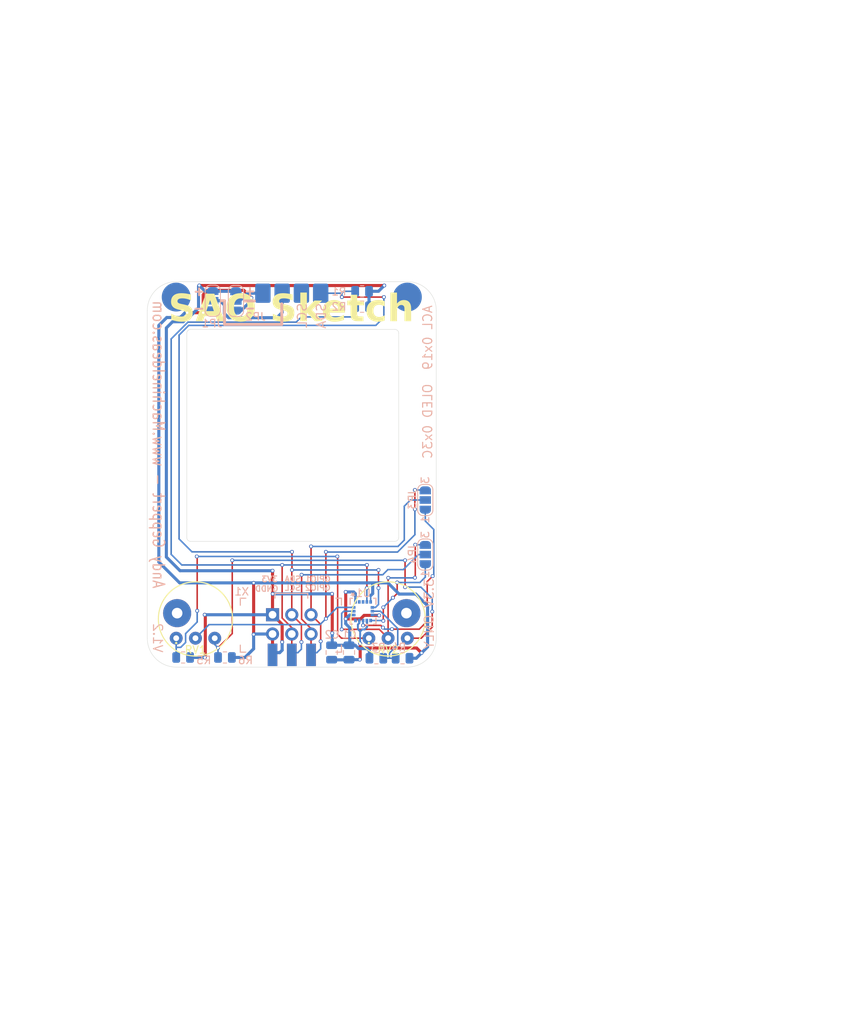
<source format=kicad_pcb>
(kicad_pcb (version 20240108) (generator "pcbnew") (generator_version "8.0")
  (title_block (title "SAO Sketch - PCB Layout") (date "2024-12-10") (rev "1.2") (company "Andy Geppert - Machine Ideas, LLC"))
  (layers (0 "F.Cu" signal) (31 "B.Cu" signal) (34 "B.Paste" user) (35 "F.Paste" user) (36 "B.SilkS" user "B.Silkscreen") (37 "F.SilkS" user "F.Silkscreen") (38 "B.Mask" user) (39 "F.Mask" user) (44 "Edge.Cuts" user))
  (net 0 "")
  (net 1 "VIN")
  (net 2 "Net-(U1-SDO{slash}SA0)")
  (net 3 "GND")
  (net 4 "/POT1L")
  (net 5 "/GPIO2")
  (net 6 "/INT1")
  (net 7 "Net-(R5-Pad2)")
  (net 8 "/GPIO1")
  (net 9 "Net-(R6-Pad1)")
  (net 10 "/SCL")
  (net 11 "/SDA")
  (net 12 "Net-(JP1-C)")
  (net 13 "Net-(JP2-C)")
  (net 14 "/POT2R")
  (net 15 "/INT2")
  (footprint "Andy_Footprint_Library:POT_RES3_91A_TTE" (layer "F.Cu") (at 65.6082 146.1656)
    (property "Reference" "RV1" (at 2.54 1.524 0) (layer "F.SilkS"))
    (property "Value" "R_POT_5K")
    (pad "1" thru_hole circle (at 0 0) (size 1.7 1.7) (drill 0.762) (layers "*.Cu" "*.Mask") (net 7 "Net-(R5-Pad2)"))
    (pad "2" thru_hole circle (at 2.54 0) (size 1.7 1.7) (drill 0.762) (layers "*.Cu" "*.Mask") (net 4 "/POT1L"))
    (pad "3" thru_hole circle (at 5.08 0) (size 1.7 1.7) (drill 0.762) (layers "*.Cu" "*.Mask") (net 9 "Net-(R6-Pad1)"))
  )
  (footprint "Andy_Footprint_Library:Badgelife-SAOv169-BADGE-2x3-Edge-Connect-no-front-text-shortened" (layer "F.Cu") (at 80.8482 144.3456)
    (property "Reference" "X1" (at -6.604 -4.318 0) (layer "B.SilkS") (effects (justify mirror)))
    (property "Value" "SAO_conn_SFH11-NBPC-D03-ST-BK")
    (fp_text user "GPIO1" (at 3.429 -5.969 0) (layer "B.SilkS") (effects (font (size 0.75 0.75)) (justify mirror)))
    (fp_text user "3V3" (at -2.921 -5.969 0) (layer "B.SilkS") (effects (font (size 0.75 0.75)) (justify mirror)))
    (fp_text user "GNDD" (at -3.302 -4.699 0) (layer "B.SilkS") (effects (font (size 0.75 0.75)) (justify mirror)))
    (fp_text user "SDA" (at 0.127 -5.969 0) (layer "B.SilkS") (effects (font (size 0.75 0.75)) (justify mirror)))
    (fp_text user "SCL" (at 0.127 -4.826 0) (layer "B.SilkS") (effects (font (size 0.75 0.75)) (justify mirror)))
    (fp_text user "GPIO2" (at 3.429 -4.826 0) (layer "B.SilkS") (effects (font (size 0.75 0.75)) (justify mirror)))
    (pad "1" thru_hole rect (at -2.54 -1.27 270) (size 1.7272 1.7272) (drill 1.016) (layers "*.Cu" "*.Mask") (net 1 "VIN"))
    (pad "1" smd rect (at -2.54 4.02) (size 1.27 2.96) (layers "B.Cu" "B.Mask") (net 1 "VIN"))
    (pad "2" thru_hole circle (at -2.54 1.27 270) (size 1.7272 1.7272) (drill 1.016) (layers "*.Cu" "*.Mask") (net 3 "GND"))
    (pad "2" smd rect (at -2.54 4.02) (size 1.27 2.96) (layers "F.Cu" "F.Mask") (net 3 "GND"))
    (pad "3" thru_hole oval (at 0 -1.27 270) (size 1.7272 1.7272) (drill 1.016) (layers "*.Cu" "*.Mask") (net 11 "/SDA"))
    (pad "3" smd rect (at 0 4.02) (size 1.27 2.96) (layers "B.Cu" "B.Mask") (net 11 "/SDA"))
    (pad "4" thru_hole oval (at 0 1.27 270) (size 1.7272 1.7272) (drill 1.016) (layers "*.Cu" "*.Mask") (net 10 "/SCL"))
    (pad "4" smd rect (at 0 4.02) (size 1.27 2.96) (layers "F.Cu" "F.Mask") (net 10 "/SCL"))
    (pad "5" thru_hole circle (at 2.54 -1.27 270) (size 1.7272 1.7272) (drill 1.016) (layers "*.Cu" "*.Mask") (net 8 "/GPIO1"))
    (pad "5" smd rect (at 2.54 4.02) (size 1.27 2.96) (layers "B.Cu" "B.Mask") (net 8 "/GPIO1"))
    (pad "6" thru_hole circle (at 2.54 1.27 270) (size 1.7272 1.7272) (drill 1.016) (layers "*.Cu" "*.Mask") (net 5 "/GPIO2"))
    (pad "6" smd rect (at 2.54 4.02) (size 1.27 2.96) (layers "F.Cu" "F.Mask") (net 5 "/GPIO2"))
  )
  (footprint "Andy_Footprint_Library:POT_RES3_91A_TTE" (layer "F.Cu") (at 91.0082 146.1656)
    (property "Reference" "RV2" (at 2.54 1.524 0) (layer "F.SilkS"))
    (property "Value" "R_POT_5K")
    (pad "1" thru_hole circle (at 0 0) (size 1.7 1.7) (drill 0.762) (layers "*.Cu" "*.Mask") (net 7 "Net-(R5-Pad2)"))
    (pad "2" thru_hole circle (at 2.54 0) (size 1.7 1.7) (drill 0.762) (layers "*.Cu" "*.Mask") (net 14 "/POT2R"))
    (pad "3" thru_hole circle (at 5.08 0) (size 1.7 1.7) (drill 0.762) (layers "*.Cu" "*.Mask") (net 9 "Net-(R6-Pad1)"))
  )
  (footprint "Jumper:SolderJumper-3_P1.3mm_Open_RoundedPad1.0x1.5mm_NumberLabels" (layer "B.Cu") (at 70.4342 101.6856 90)
    (property "Reference" "JP1" (at -3.0018 -0.1016 180) (layer "B.SilkS") (effects (justify mirror)))
    (property "Value" "SolderJumper_3_Open")
    (pad "1" smd custom (at -1.3 0 90) (size 1 0.5) (layers "B.Cu" "B.Mask") (net 3 "GND") (options (clearance outline) (anchor rect)) (primitives (gr_circle (center 0 -0.25) (end 0.5 -0.25) (width 0) (fill yes)) (gr_circle (center 0 0.25) (end 0.5 0.25) (width 0) (fill yes)) (gr_poly (pts (xy 0.55 -0.75) (xy 0 -0.75) (xy 0 0.75) (xy 0.55 0.75)) (width 0) (fill yes))))
    (pad "2" smd rect (at 0 0 90) (size 1 1.5) (layers "B.Cu" "B.Mask") (net 12 "Net-(JP1-C)"))
    (pad "3" smd custom (at 1.3 0 90) (size 1 0.5) (layers "B.Cu" "B.Mask") (net 1 "VIN") (options (clearance outline) (anchor rect)) (primitives (gr_circle (center 0 -0.25) (end 0.5 -0.25) (width 0) (fill yes)) (gr_circle (center 0 0.25) (end 0.5 0.25) (width 0) (fill yes)) (gr_poly (pts (xy 0 -0.75) (xy -0.55 -0.75) (xy -0.55 0.75) (xy 0 0.75)) (width 0) (fill yes))))
  )
  (footprint "Jumper:SolderJumper-3_P1.3mm_Open_RoundedPad1.0x1.5mm_NumberLabels" (layer "B.Cu") (at 98.4504 127.9538 90)
    (property "Reference" "JP3" (at 0.127 -1.7018 90) (layer "B.SilkS") (effects (justify mirror)))
    (property "Value" "SolderJumper_3_Open")
    (fp_text user "3" (at 2.6 0 90) (layer "B.SilkS") (effects (justify mirror)))
    (fp_text user "1" (at -2.6 0 90) (layer "B.SilkS") (effects (justify mirror)))
    (pad "1" smd custom (at -1.3 0 90) (size 1 0.5) (layers "B.Cu" "B.Mask") (net 6 "/INT1") (options (clearance outline) (anchor rect)) (primitives (gr_circle (center 0 -0.25) (end 0.5 -0.25) (width 0) (fill yes)) (gr_circle (center 0 0.25) (end 0.5 0.25) (width 0) (fill yes)) (gr_poly (pts (xy 0.55 -0.75) (xy 0 -0.75) (xy 0 0.75) (xy 0.55 0.75)) (width 0) (fill yes))))
    (pad "2" smd rect (at 0 0 90) (size 1 1.5) (layers "B.Cu" "B.Mask") (net 8 "/GPIO1"))
    (pad "3" smd custom (at 1.3 0 90) (size 1 0.5) (layers "B.Cu" "B.Mask") (net 4 "/POT1L") (options (clearance outline) (anchor rect)) (primitives (gr_circle (center 0 -0.25) (end 0.5 -0.25) (width 0) (fill yes)) (gr_circle (center 0 0.25) (end 0.5 0.25) (width 0) (fill yes)) (gr_poly (pts (xy 0 -0.75) (xy -0.55 -0.75) (xy -0.55 0.75) (xy 0 0.75)) (width 0) (fill yes))))
  )
  (footprint "Andy_Footprint_Library:LGA-16_3x3x1mm_STM" (layer "B.Cu") (at 90.2462 142.6096 -90)
    (property "Reference" "U1" (at -2.3876 -0.0254 0) (layer "B.SilkS") (effects (justify mirror)))
    (property "Value" "LIS3DHTR")
    (fp_text user "*" (at -2.5146 1.3462 180) (layer "B.SilkS") (effects (justify mirror)))
    (pad "1" smd rect (at -1.224999 1.000001 180) (size 0.3556 0.4572) (layers "B.Cu" "B.Paste" "B.Mask") (net 1 "VIN"))
    (pad "2" smd rect (at -1.224999 0.499999 180) (size 0.3556 0.4572) (layers "B.Cu" "B.Paste" "B.Mask"))
    (pad "3" smd rect (at -1.224999 0 180) (size 0.3556 0.4572) (layers "B.Cu" "B.Paste" "B.Mask"))
    (pad "4" smd rect (at -1.224999 -0.499999 180) (size 0.3556 0.4572) (layers "B.Cu" "B.Paste" "B.Mask") (net 10 "/SCL"))
    (pad "5" smd rect (at -1.224999 -1.000001 180) (size 0.3556 0.4572) (layers "B.Cu" "B.Paste" "B.Mask") (net 3 "GND"))
    (pad "6" smd rect (at -0.499999 -1.224999 270) (size 0.3556 0.4572) (layers "B.Cu" "B.Paste" "B.Mask") (net 11 "/SDA"))
    (pad "7" smd rect (at 0 -1.224999 270) (size 0.3556 0.4572) (layers "B.Cu" "B.Paste" "B.Mask") (net 2 "Net-(U1-SDO{slash}SA0)"))
    (pad "8" smd rect (at 0.499999 -1.224999 270) (size 0.3556 0.4572) (layers "B.Cu" "B.Paste" "B.Mask") (net 1 "VIN"))
    (pad "9" smd rect (at 1.224999 -1.000001 180) (size 0.3556 0.4572) (layers "B.Cu" "B.Paste" "B.Mask") (net 15 "/INT2"))
    (pad "10" smd rect (at 1.224999 -0.499999 180) (size 0.3556 0.4572) (layers "B.Cu" "B.Paste" "B.Mask") (net 3 "GND"))
    (pad "11" smd rect (at 1.224999 0 180) (size 0.3556 0.4572) (layers "B.Cu" "B.Paste" "B.Mask") (net 6 "/INT1"))
    (pad "12" smd rect (at 1.224999 0.499999 180) (size 0.3556 0.4572) (layers "B.Cu" "B.Paste" "B.Mask") (net 3 "GND"))
    (pad "13" smd rect (at 1.224999 1.000001 180) (size 0.3556 0.4572) (layers "B.Cu" "B.Paste" "B.Mask"))
    (pad "14" smd rect (at 0.499999 1.224999 270) (size 0.3556 0.4572) (layers "B.Cu" "B.Paste" "B.Mask") (net 1 "VIN"))
    (pad "15" smd rect (at 0 1.224999 270) (size 0.3556 0.4572) (layers "B.Cu" "B.Paste" "B.Mask") (net 14 "/POT2R"))
    (pad "16" smd rect (at -0.499999 1.224999 270) (size 0.3556 0.4572) (layers "B.Cu" "B.Paste" "B.Mask") (net 4 "/POT1L"))
  )
  (footprint "Resistor_SMD:R_0805_2012Metric" (layer "B.Cu") (at 90.1192 100.4456 180)
    (property "Reference" "R1" (at 3.048 -0.0508 0) (layer "B.SilkS") (effects (justify mirror)))
    (property "Value" "4K7")
    (pad "1" smd roundrect (at -0.9125 0 180) (size 1.025 1.4) (layers "B.Cu" "B.Paste" "B.Mask") (roundrect_rratio 0.243902) (net 1 "VIN"))
    (pad "2" smd roundrect (at 0.9125 0 180) (size 1.025 1.4) (layers "B.Cu" "B.Paste" "B.Mask") (roundrect_rratio 0.243902) (net 11 "/SDA"))
  )
  (footprint "Andy_Footprint_Library:OLED_1.50_128x128" (layer "B.Cu") (at 80.8482 122.0356 180)
    (property "Reference" "X2" (hide yes))
    (property "Value" "OLED_128x128")
    (fp_line (start 13.843 -10.862) (end 13.843 16.062) (stroke (width 0.05)) (layer "Edge.Cuts"))
    (fp_line (start 13.335 16.57) (end -13.589 16.57) (stroke (width 0.05)) (layer "Edge.Cuts"))
    (fp_line (start -13.589 -11.37) (end 13.335 -11.37) (stroke (width 0.05)) (layer "Edge.Cuts"))
    (fp_line (start -14.097 16.062) (end -14.097 -10.862) (stroke (width 0.05)) (layer "Edge.Cuts"))
    (fp_arc (start 13.843 16.062) (mid 13.69421 16.42121) (end 13.335 16.57) (stroke (width 0.05)) (layer "Edge.Cuts"))
    (fp_arc (start 13.335 -11.37) (mid 13.69421 -11.22121) (end 13.843 -10.862) (stroke (width 0.05)) (layer "Edge.Cuts"))
    (fp_arc (start -13.589 16.57) (mid -13.94821 16.42121) (end -14.097 16.062) (stroke (width 0.05)) (layer "Edge.Cuts"))
    (fp_arc (start -14.097 -10.862) (mid -13.94821 -11.22121) (end -13.589 -11.37) (stroke (width 0.05)) (layer "Edge.Cuts"))
    (pad "1" smd roundrect (at 3.81 21.336 180) (size 2.032 2.54) (layers "B.Cu" "B.Paste" "B.Mask") (roundrect_rratio 0.125) (net 13 "Net-(JP2-C)"))
    (pad "2" smd roundrect (at 1.27 21.336 180) (size 2.032 2.54) (layers "B.Cu" "B.Paste" "B.Mask") (roundrect_rratio 0.125) (net 12 "Net-(JP1-C)"))
    (pad "3" smd roundrect (at -1.27 21.336 180) (size 2.032 2.54) (layers "B.Cu" "B.Paste" "B.Mask") (roundrect_rratio 0.125) (net 10 "/SCL"))
    (pad "4" smd roundrect (at -3.81 21.336 180) (size 2.032 2.54) (layers "B.Cu" "B.Paste" "B.Mask") (roundrect_rratio 0.125) (net 11 "/SDA"))
    (pad "NC" smd circle (at -15.24 20.828 180) (size 3.81 3.81) (layers "B.Cu" "B.Paste" "B.Mask"))
    (pad "NC" thru_hole circle (at -15.115 -20.828 180) (size 3.7 3.7) (drill 1.4) (layers "*.Cu" "*.Mask"))
    (pad "NC" thru_hole circle (at 15.115 -20.828 180) (size 3.7 3.7) (drill 1.4) (layers "*.Cu" "*.Mask"))
    (pad "NC" smd circle (at 15.24 20.828 180) (size 3.81 3.81) (layers "B.Cu" "B.Paste" "B.Mask"))
  )
  (footprint "Resistor_SMD:R_0805_2012Metric" (layer "B.Cu") (at 92.0007 148.8072)
    (property "Reference" "R3" (at 0.2521 -1.4224 0) (layer "B.SilkS") (effects (justify mirror)))
    (property "Value" "10K")
    (pad "1" smd roundrect (at -0.9125 0) (size 1.025 1.4) (layers "B.Cu" "B.Paste" "B.Mask") (roundrect_rratio 0.243902) (net 1 "VIN"))
    (pad "2" smd roundrect (at 0.9125 0) (size 1.025 1.4) (layers "B.Cu" "B.Paste" "B.Mask") (roundrect_rratio 0.243902) (net 2 "Net-(U1-SDO{slash}SA0)"))
  )
  (footprint "Resistor_SMD:R_0805_2012Metric" (layer "B.Cu") (at 95.4532 148.8072)
    (property "Reference" "R4" (at -0.505 -1.4478 0) (layer "B.SilkS") (effects (justify mirror)))
    (property "Value" "10K")
    (pad "1" smd roundrect (at -0.9125 0) (size 1.025 1.4) (layers "B.Cu" "B.Paste" "B.Mask") (roundrect_rratio 0.243902) (net 2 "Net-(U1-SDO{slash}SA0)"))
    (pad "2" smd roundrect (at 0.9125 0) (size 1.025 1.4) (layers "B.Cu" "B.Paste" "B.Mask") (roundrect_rratio 0.243902) (net 3 "GND"))
  )
  (footprint "Resistor_SMD:R_0805_2012Metric" (layer "B.Cu") (at 90.1192 102.4776 180)
    (property "Reference" "R2" (at 3.048 0 0) (layer "B.SilkS") (effects (justify mirror)))
    (property "Value" "4K7")
    (pad "1" smd roundrect (at -0.9125 0 180) (size 1.025 1.4) (layers "B.Cu" "B.Paste" "B.Mask") (roundrect_rratio 0.243902) (net 1 "VIN"))
    (pad "2" smd roundrect (at 0.9125 0 180) (size 1.025 1.4) (layers "B.Cu" "B.Paste" "B.Mask") (roundrect_rratio 0.243902) (net 10 "/SCL"))
  )
  (footprint "Capacitor_SMD:C_0805_2012Metric" (layer "B.Cu") (at 88.392 148.0452 -90)
    (property "Reference" "C1" (at -2.3876 -0.0254 180) (layer "B.SilkS") (effects (justify mirror)))
    (property "Value" "0.1uF")
    (pad "1" smd roundrect (at -0.95 0 270) (size 1 1.45) (layers "B.Cu" "B.Paste" "B.Mask") (net 1 "VIN"))
    (pad "2" smd roundrect (at 0.95 0 270) (size 1 1.45) (layers "B.Cu" "B.Paste" "B.Mask") (net 3 "GND"))
  )
  (footprint "Resistor_SMD:R_0805_2012Metric" (layer "B.Cu") (at 66.5226 148.7056 180)
    (property "Reference" "R5" (at -2.7256 -0.37 0) (layer "B.SilkS") (effects (justify mirror)))
    (property "Value" "10K")
    (pad "1" smd roundrect (at -0.9125 0 180) (size 1.025 1.4) (layers "B.Cu" "B.Paste" "B.Mask") (roundrect_rratio 0.243902) (net 1 "VIN"))
    (pad "2" smd roundrect (at 0.9125 0 180) (size 1.025 1.4) (layers "B.Cu" "B.Paste" "B.Mask") (roundrect_rratio 0.243902) (net 7 "Net-(R5-Pad2)"))
  )
  (footprint "Resistor_SMD:R_0805_2012Metric" (layer "B.Cu") (at 72.0344 148.7056)
    (property "Reference" "R6" (at 2.7138 0.37 0) (layer "B.SilkS") (effects (justify mirror)))
    (property "Value" "4K7")
    (pad "1" smd roundrect (at -0.9125 0) (size 1.025 1.4) (layers "B.Cu" "B.Paste" "B.Mask") (roundrect_rratio 0.243902) (net 9 "Net-(R6-Pad1)"))
    (pad "2" smd roundrect (at 0.9125 0) (size 1.025 1.4) (layers "B.Cu" "B.Paste" "B.Mask") (roundrect_rratio 0.243902) (net 3 "GND"))
  )
  (footprint "Capacitor_SMD:C_0805_2012Metric" (layer "B.Cu") (at 86.106 148.0452 -90)
    (property "Reference" "C2" (at -2.3368 -0.0508 180) (layer "B.SilkS") (effects (justify mirror)))
    (property "Value" "10uF")
    (pad "1" smd roundrect (at -0.95 0 270) (size 1 1.45) (layers "B.Cu" "B.Paste" "B.Mask") (net 1 "VIN"))
    (pad "2" smd roundrect (at 0.95 0 270) (size 1 1.45) (layers "B.Cu" "B.Paste" "B.Mask") (net 3 "GND"))
  )
  (footprint "Jumper:SolderJumper-3_P1.3mm_Open_RoundedPad1.0x1.5mm_NumberLabels" (layer "B.Cu") (at 98.4504 135.142 90)
    (property "Reference" "JP4" (at 0.1524 -1.7018 90) (layer "B.SilkS") (effects (justify mirror)))
    (property "Value" "SolderJumper_3_Open")
    (fp_text user "1" (at -2.6 0 90) (layer "B.SilkS") (effects (justify mirror)))
    (fp_text user "3" (at 2.6 0 90) (layer "B.SilkS") (effects (justify mirror)))
    (pad "1" smd custom (at -1.3 0 90) (size 1 0.5) (layers "B.Cu" "B.Mask") (net 15 "/INT2") (options (clearance outline) (anchor rect)) (primitives (gr_circle (center 0 -0.25) (end 0.5 -0.25) (width 0) (fill yes)) (gr_circle (center 0 0.25) (end 0.5 0.25) (width 0) (fill yes)) (gr_poly (pts (xy 0.55 -0.75) (xy 0 -0.75) (xy 0 0.75) (xy 0.55 0.75)) (width 0) (fill yes))))
    (pad "2" smd rect (at 0 0 90) (size 1 1.5) (layers "B.Cu" "B.Mask") (net 5 "/GPIO2"))
    (pad "3" smd custom (at 1.3 0 90) (size 1 0.5) (layers "B.Cu" "B.Mask") (net 14 "/POT2R") (options (clearance outline) (anchor rect)) (primitives (gr_circle (center 0 -0.25) (end 0.5 -0.25) (width 0) (fill yes)) (gr_circle (center 0 0.25) (end 0.5 0.25) (width 0) (fill yes)) (gr_poly (pts (xy 0 -0.75) (xy -0.55 -0.75) (xy -0.55 0.75) (xy 0 0.75)) (width 0) (fill yes))))
  )
  (footprint "Jumper:SolderJumper-3_P1.3mm_Open_RoundedPad1.0x1.5mm_NumberLabels" (layer "B.Cu") (at 73.4822 101.7156 90)
    (property "Reference" "JP2" (at -2.0828 2.5908 0) (layer "B.SilkS") (effects (justify mirror)))
    (property "Value" "SolderJumper_3_Open")
    (pad "1" smd custom (at -1.3 0 90) (size 1 0.5) (layers "B.Cu" "B.Mask") (net 3 "GND") (options (clearance outline) (anchor rect)) (primitives (gr_circle (center 0 -0.25) (end 0.5 -0.25) (width 0) (fill yes)) (gr_circle (center 0 0.25) (end 0.5 0.25) (width 0) (fill yes)) (gr_poly (pts (xy 0.55 -0.75) (xy 0 -0.75) (xy 0 0.75) (xy 0.55 0.75)) (width 0) (fill yes))))
    (pad "2" smd rect (at 0 0 90) (size 1 1.5) (layers "B.Cu" "B.Mask") (net 13 "Net-(JP2-C)"))
    (pad "3" smd custom (at 1.3 0 90) (size 1 0.5) (layers "B.Cu" "B.Mask") (net 1 "VIN") (options (clearance outline) (anchor rect)) (primitives (gr_circle (center 0 -0.25) (end 0.5 -0.25) (width 0) (fill yes)) (gr_circle (center 0 0.25) (end 0.5 0.25) (width 0) (fill yes)) (gr_poly (pts (xy 0 -0.75) (xy -0.55 -0.75) (xy -0.55 0.75) (xy 0 0.75)) (width 0) (fill yes))))
  )
  (gr_line (start 71.9836 104.8144) (end 79.5274 104.8144) (stroke (width 0.381)) (layer "B.SilkS"))
  (gr_line (start 71.5518 101.6902) (end 71.9836 101.6902) (stroke (width 0.381)) (layer "B.SilkS"))
  (gr_line (start 71.9836 101.6902) (end 71.9836 104.8144) (stroke (width 0.381)) (layer "B.SilkS"))
  (gr_line (start 74.6252 101.7156) (end 75.9206 101.7156) (stroke (width 0.381)) (layer "B.SilkS"))
  (gr_line (start 79.5274 104.8144) (end 79.5274 102.0966) (stroke (width 0.381)) (layer "B.SilkS"))
  (gr_line (start 99.8982 102.9856) (end 99.8982 146.1656) (stroke (width 0.05)) (layer "Edge.Cuts"))
  (gr_arc (start 61.7982 102.9856) (mid 62.914123 100.291523) (end 65.6082 99.1756) (stroke (width 0.05)) (layer "Edge.Cuts"))
  (gr_line (start 61.7982 146.1656) (end 61.7982 102.9856) (stroke (width 0.05)) (layer "Edge.Cuts"))
  (gr_arc (start 96.0882 99.1756) (mid 98.782277 100.291523) (end 99.8982 102.9856) (stroke (width 0.05)) (layer "Edge.Cuts"))
  (gr_line (start 65.6082 149.9756) (end 96.0882 149.9756) (stroke (width 0.05)) (layer "Edge.Cuts"))
  (gr_arc (start 99.8982 146.1656) (mid 98.782277 148.859677) (end 96.0882 149.9756) (stroke (width 0.05)) (layer "Edge.Cuts"))
  (gr_arc (start 65.6082 149.9756) (mid 62.914123 148.859677) (end 61.7982 146.1656) (stroke (width 0.05)) (layer "Edge.Cuts"))
  (gr_line (start 65.6082 99.1756) (end 96.0882 99.1756) (stroke (width 0.05)) (layer "Edge.Cuts"))
  (gr_text "3.3V ONLY" (at 98.9584 142.9398 90) (layer "B.SilkS") (effects (font (size 1.2 1.2)) (justify mirror)))
  (gr_text "-" (at 75.311 102.8078 -180) (layer "B.SilkS") (effects (font (size 1.2 1.2) (thickness 0.254)) (justify mirror)))
  (gr_text "SCL" (at 82.2198 103.646 90) (layer "B.SilkS") (effects (font (size 1.2 1.2) (thickness 0.1524)) (justify mirror)))
  (gr_text "SDA" (at 84.7344 103.6714 90) (layer "B.SilkS") (effects (font (size 1.2 1.2) (thickness 0.1524)) (justify mirror)))
  (gr_text "ACL 0x19  OLED 0x3C" (at 98.7552 112.409 90) (layer "B.SilkS") (effects (font (size 1.2 1.2)) (justify mirror)))
  (gr_text "+" (at 75.3364 100.3948 0) (layer "B.SilkS") (effects (font (size 1.2 1.2) (thickness 0.254)) (justify mirror)))
  (gr_text "+" (at 68.6308 100.4202 0) (layer "B.SilkS") (effects (font (size 1.2 1.2) (thickness 0.254)) (justify mirror)))
  (gr_text "V1.2" (at 63.1698 146.1148 270) (layer "B.SilkS") (effects (font (size 1.2 1.2)) (justify mirror)))
  (gr_text "-" (at 68.6054 102.8332 -180) (layer "B.SilkS") (effects (font (size 1.2 1.2) (thickness 0.254)) (justify mirror)))
  (gr_text "Andy Geppert - www.MachineIdeas.com" (at 63.2714 120.6386 270) (layer "B.SilkS") (effects (font (size 1.524 1.27) (thickness 0.1778)) (justify mirror)))
  (gr_text "SAO Sketch" (at 80.772 104.9922 0) (layer "F.SilkS") (effects (font (size 3.556 3.556) (thickness 0.508) (bold yes)) (justify bottom)))
  (segment (start 93.0402 99.6836) (end 68.6562 99.6836) (width 0.4064) (layer "F.Cu") (net 1))
  (segment (start 69.3674 143.0756) (end 69.4482 143.1564) (width 0.4064) (layer "F.Cu") (net 1))
  (segment (start 87.9602 143.6256) (end 89.916 143.6256) (width 0.4064) (layer "F.Cu") (net 1))
  (segment (start 69.4482 143.1564) (end 69.4482 148.6248) (width 0.4064) (layer "F.Cu") (net 1))
  (segment (start 89.916 143.6256) (end 90.382289 143.159311) (width 0.4064) (layer "F.Cu") (net 1))
  (segment (start 79.5782 144.3456) (end 78.3082 143.0756) (width 0.4064) (layer "F.Cu") (net 1))
  (segment (start 86.1822 140.3236) (end 86.1568 140.3236) (width 0.4064) (layer "F.Cu") (net 1))
  (segment (start 87.9602 140.0696) (end 87.9602 143.6256) (width 0.4064) (layer "F.Cu") (net 1))
  (segment (start 90.382289 143.159311) (end 92.363489 143.159311) (width 0.4064) (layer "F.Cu") (net 1))
  (segment (start 78.3336 140.3236) (end 78.3082 140.3236) (width 0.4064) (layer "F.Cu") (net 1))
  (segment (start 78.3082 137.301) (end 78.3082 143.0756) (width 0.4064) (layer "F.Cu") (net 1))
  (segment (start 86.1822 145.5052) (end 86.1822 140.3236) (width 0.4064) (layer "F.Cu") (net 1))
  (segment (start 79.5782 146.6756) (end 79.5782 144.3456) (width 0.4064) (layer "F.Cu") (net 1))
  (segment (start 69.4482 148.6248) (end 69.3674 148.7056) (width 0.4064) (layer "F.Cu") (net 1))
  (via (at 86.1568 140.3236) (size 0.508) (drill 0.3048) (layers "F.Cu" "B.Cu") (net 1))
  (via (at 69.3674 143.0756) (size 0.508) (drill 0.3048) (layers "F.Cu" "B.Cu") (net 1))
  (via (at 87.9602 143.6256) (size 0.508) (drill 0.3048) (layers "F.Cu" "B.Cu") (net 1))
  (via (at 86.1822 145.5052) (size 0.508) (drill 0.3048) (layers "F.Cu" "B.Cu") (net 1))
  (via (at 87.9602 140.0696) (size 0.508) (drill 0.3048) (layers "F.Cu" "B.Cu") (net 1))
  (via (at 79.5782 146.6756) (size 0.508) (drill 0.3048) (layers "F.Cu" "B.Cu") (net 1))
  (via (at 78.3336 140.3236) (size 0.508) (drill 0.3048) (layers "F.Cu" "B.Cu") (net 1))
  (via (at 92.363489 143.159311) (size 0.508) (drill 0.3048) (layers "F.Cu" "B.Cu") (net 1))
  (via (at 69.3674 148.7056) (size 0.508) (drill 0.3048) (layers "F.Cu" "B.Cu") (net 1))
  (via (at 68.6562 99.6836) (size 0.508) (drill 0.3048) (layers "F.Cu" "B.Cu") (net 1))
  (via (at 93.0402 99.6836) (size 0.508) (drill 0.3048) (layers "F.Cu" "B.Cu") (net 1))
  (via (at 78.3082 137.2756) (size 0.508) (drill 0.3048) (layers "F.Cu" "B.Cu") (net 1))
  (segment (start 89.6598 147.5372) (end 90.7796 147.5372) (width 0.4064) (layer "B.Cu") (net 1))
  (segment (start 91.0317 100.4456) (end 91.0317 102.4776) (width 0.4064) (layer "B.Cu") (net 1))
  (segment (start 88.392 147.0952) (end 89.2178 147.0952) (width 0.4064) (layer "B.Cu") (net 1))
  (segment (start 91.471199 143.109599) (end 92.313777 143.109599) (width 0.2032) (layer "B.Cu") (net 1))
  (segment (start 69.4182 100.4456) (end 73.1682 100.4456) (width 0.4064) (layer "B.Cu") (net 1))
  (segment (start 67.308505 103.8746) (end 67.1068 103.8746) (width 0.4064) (layer "B.Cu") (net 1))
  (segment (start 92.313777 143.109599) (end 92.363489 143.159311) (width 0.2032) (layer "B.Cu") (net 1))
  (segment (start 89.2178 147.0952) (end 89.6598 147.5372) (width 0.4064) (layer "B.Cu") (net 1))
  (segment (start 88.476201 143.109599) (end 87.9602 143.6256) (width 0.4064) (layer "B.Cu") (net 1))
  (segment (start 88.4936 146.9936) (end 88.4936 144.794) (width 0.4064) (layer "B.Cu") (net 1))
  (segment (start 68.5546 99.7852) (end 68.5546 102.628505) (width 0.4064) (layer "B.Cu") (net 1))
  (segment (start 82.8548 140.3236) (end 78.3336 140.3236) (width 0.4064) (layer "B.Cu") (net 1))
  (segment (start 69.3674 143.0756) (end 78.3082 143.0756) (width 0.4064) (layer "B.Cu") (net 1))
  (segment (start 79.2532 148.0706) (end 78.3082 148.0706) (width 0.4064) (layer "B.Cu") (net 1))
  (segment (start 66.5226 104.4588) (end 65.1256 104.4588) (width 0.4064) (layer "B.Cu") (net 1))
  (segment (start 89.2302 140.5776) (end 89.2302 141.368602) (width 0.3048) (layer "B.Cu") (net 1))
  (segment (start 86.1822 147.0952) (end 86.1822 145.5052) (width 0.4064) (layer "B.Cu") (net 1))
  (segment (start 68.6562 99.6836) (end 68.5546 99.7852) (width 0.4064) (layer "B.Cu") (net 1))
  (segment (start 66.1162 137.2756) (end 78.3082 137.2756) (width 0.4064) (layer "B.Cu") (net 1))
  (segment (start 86.1568 140.3236) (end 82.8548 140.3236) (width 0.4064) (layer "B.Cu") (net 1))
  (segment (start 89.0016 140.0696) (end 89.2302 140.2982) (width 0.4064) (layer "B.Cu") (net 1))
  (segment (start 65.1256 104.4588) (end 64.3128 105.2716) (width 0.4064) (layer "B.Cu") (net 1))
  (segment (start 68.5546 102.628505) (end 67.308505 103.8746) (width 0.4064) (layer "B.Cu") (net 1))
  (segment (start 79.5782 147.7456) (end 79.2532 148.0706) (width 0.4064) (layer "B.Cu") (net 1))
  (segment (start 87.9602 144.2606) (end 87.9602 143.6256) (width 0.4064) (layer "B.Cu") (net 1))
  (segment (start 64.3128 105.2716) (end 64.3128 135.4722) (width 0.4064) (layer "B.Cu") (net 1))
  (segment (start 79.5782 146.6756) (end 79.5782 147.7456) (width 0.4064) (layer "B.Cu") (net 1))
  (segment (start 92.2782 100.4456) (end 91.0317 100.4456) (width 0.4064) (layer "B.Cu") (net 1))
  (segment (start 88.392 147.0952) (end 86.1822 147.0952) (width 0.4064) (layer "B.Cu") (net 1))
  (segment (start 90.7796 147.5372) (end 91.0882 147.8458) (width 0.4064) (layer "B.Cu") (net 1))
  (segment (start 88.4936 144.794) (end 87.9602 144.2606) (width 0.4064) (layer "B.Cu") (net 1))
  (segment (start 64.3128 135.4722) (end 66.1162 137.2756) (width 0.4064) (layer "B.Cu") (net 1))
  (segment (start 93.0402 99.6836) (end 92.2782 100.4456) (width 0.4064) (layer "B.Cu") (net 1))
  (segment (start 88.392 147.0952) (end 88.4936 146.9936) (width 0.4064) (layer "B.Cu") (net 1))
  (segment (start 91.0882 147.8458) (end 91.0882 148.8072) (width 0.4064) (layer "B.Cu") (net 1))
  (segment (start 87.9602 140.0696) (end 89.0016 140.0696) (width 0.4064) (layer "B.Cu") (net 1))
  (segment (start 67.1068 103.8746) (end 66.5226 104.4588) (width 0.4064) (layer "B.Cu") (net 1))
  (segment (start 89.2302 140.2982) (end 89.2302 140.5776) (width 0.4064) (layer "B.Cu") (net 1))
  (segment (start 89.021201 143.109599) (end 88.476201 143.109599) (width 0.3048) (layer "B.Cu") (net 1))
  (segment (start 69.3674 148.7056) (end 67.4351 148.7056) (width 0.4064) (layer "B.Cu") (net 1))
  (segment (start 68.6562 99.6836) (end 69.4182 100.4456) (width 0.4064) (layer "B.Cu") (net 1))
  (segment (start 93.726 148.8072) (end 92.9132 148.8072) (width 0.2032) (layer "B.Cu") (net 2))
  (segment (start 92.5322 142.6096) (end 94.8182 144.8956) (width 0.2032) (layer "B.Cu") (net 2))
  (segment (start 94.8182 144.8956) (end 94.8182 147.0292) (width 0.2032) (layer "B.Cu") (net 2))
  (segment (start 93.726 148.8072) (end 94.5407 148.8072) (width 0.2032) (layer "B.Cu") (net 2))
  (segment (start 93.726 148.1214) (end 93.726 148.8072) (width 0.2032) (layer "B.Cu") (net 2))
  (segment (start 94.8182 147.0292) (end 93.726 148.1214) (width 0.2032) (layer "B.Cu") (net 2))
  (segment (start 91.471199 142.6096) (end 92.5322 142.6096) (width 0.2032) (layer "B.Cu") (net 2))
  (segment (start 69.1642 103.265) (end 69.1642 100.903332) (width 0.4064) (layer "F.Cu") (net 3))
  (segment (start 69.748932 100.3186) (end 74.5236 100.3186) (width 0.4064) (layer "F.Cu") (net 3))
  (segment (start 75.819 138.8758) (end 75.819 145.6756) (width 0.4064) (layer "F.Cu") (net 3))
  (segment (start 97.9551 148.1087) (end 97.3074 147.461) (width 0.4064) (layer "F.Cu") (net 3))
  (segment (start 89.8652 148.9342) (end 89.8144 148.985) (width 0.4064) (layer "F.Cu") (net 3))
  (segment (start 97.3074 147.461) (end 89.8652 147.461) (width 0.4064) (layer "F.Cu") (net 3))
  (segment (start 69.1642 100.903332) (end 69.748932 100.3186) (width 0.4064) (layer "F.Cu") (net 3))
  (segment (start 67.056 103.265) (end 69.1642 103.265) (width 0.4064) (layer "F.Cu") (net 3))
  (segment (start 78.3082 145.6156) (end 78.3082 148.0706) (width 0.4064) (layer "F.Cu") (net 3))
  (segment (start 89.8652 146.8756) (end 89.8652 148.9342) (width 0.4064) (layer "F.Cu") (net 3))
  (segment (start 74.5236 100.3186) (end 75.5142 101.3092) (width 0.4064) (layer "F.Cu") (net 3))
  (via (at 89.8652 146.8756) (size 0.508) (drill 0.3048) (layers "F.Cu" "B.Cu") (net 3))
  (via (at 69.1642 103.265) (size 0.508) (drill 0.3048) (layers "F.Cu" "B.Cu") (net 3))
  (via (at 97.9551 148.1087) (size 0.508) (drill 0.3048) (layers "F.Cu" "B.Cu") (net 3))
  (via (at 75.819 138.8758) (size 0.508) (drill 0.3048) (layers "F.Cu" "B.Cu") (net 3))
  (via (at 67.056 103.265) (size 0.508) (drill 0.3048) (layers "F.Cu" "B.Cu") (net 3))
  (via (at 75.819 145.6756) (size 0.508) (drill 0.3048) (layers "F.Cu" "B.Cu") (net 3))
  (via (at 89.8144 148.985) (size 0.508) (drill 0.3048) (layers "F.Cu" "B.Cu") (net 3))
  (via (at 75.5142 101.3092) (size 0.508) (drill 0.3048) (layers "F.Cu" "B.Cu") (net 3))
  (segment (start 75.819 147.5626) (end 74.676 148.7056) (width 0.4064) (layer "B.Cu") (net 3))
  (segment (start 63.3222 136.1326) (end 63.3222 104.9414) (width 0.4064) (layer "B.Cu") (net 3))
  (segment (start 66.0654 138.8758) (end 63.3222 136.1326) (width 0.4064) (layer "B.Cu") (net 3))
  (segment (start 86.1314 149.0206) (end 86.106 148.9952) (width 0.4064) (layer "B.Cu") (net 3))
  (segment (start 90.776771 144.69663) (end 90.464313 145.009088) (width 0.254) (layer "B.Cu") (net 3))
  (segment (start 91.246201 140.5522) (end 91.246201 141.384601) (width 0.2032) (layer "B.Cu") (net 3))
  (segment (start 69.4936 103.265) (end 69.773 102.9856) (width 0.4064) (layer "B.Cu") (net 3))
  (segment (start 75.819 138.8758) (end 66.0654 138.8758) (width 0.4064) (layer "B.Cu") (net 3))
  (segment (start 88.392 148.9952) (end 88.3666 149.0206) (width 0.4064) (layer "B.Cu") (net 3))
  (segment (start 89.8144 148.985) (end 89.8042 148.9952) (width 0.4064) (layer "B.Cu") (net 3))
  (segment (start 89.5604 144.3634) (end 89.746201 144.177599) (width 0.254) (layer "B.Cu") (net 3))
  (segment (start 98.7552 141.900114) (end 97.204086 140.349) (width 0.4064) (layer "B.Cu") (net 3))
  (segment (start 89.8652 145.2766) (end 89.5604 144.9718) (width 0.254) (layer "B.Cu") (net 3))
  (segment (start 97.204086 140.349) (end 94.996 140.349) (width 0.4064) (layer "B.Cu") (net 3))
  (segment (start 75.819 138.8758) (end 91.567 138.8758) (width 0.4064) (layer "B.Cu") (net 3))
  (segment (start 91.5162 140.282201) (end 91.5162 138.9266) (width 0.4064) (layer "B.Cu") (net 3))
  (segment (start 90.746199 143.834599) (end 90.746199 144.123599) (width 0.254) (layer "B.Cu") (net 3))
  (segment (start 94.996 140.349) (end 93.5228 138.8758) (width 0.4064) (layer "B.Cu") (net 3))
  (segment (start 66.7766 103.265) (end 67.056 103.265) (width 0.4064) (layer "B.Cu") (net 3))
  (segment (start 90.776771 144.154171) (end 90.776771 144.69663) (width 0.254) (layer "B.Cu") (net 3))
  (segment (start 63.3222 104.9414) (end 64.3636 103.9) (width 0.4064) (layer "B.Cu") (net 3))
  (segment (start 64.3636 103.9) (end 66.1416 103.9) (width 0.4064) (layer "B.Cu") (net 3))
  (segment (start 75.5142 101.6448) (end 74.1434 103.0156) (width 0.4064) (layer "B.Cu") (net 3))
  (segment (start 91.246201 140.5522) (end 91.5162 140.282201) (width 0.4064) (layer "B.Cu") (net 3))
  (segment (start 75.819 145.6756) (end 75.879 145.6156) (width 0.4064) (layer "B.Cu") (net 3))
  (segment (start 88.3666 149.0206) (end 86.1314 149.0206) (width 0.4064) (layer "B.Cu") (net 3))
  (segment (start 93.5228 138.8758) (end 91.567 138.8758) (width 0.4064) (layer "B.Cu") (net 3))
  (segment (start 90.132712 145.009088) (end 89.8652 145.2766) (width 0.254) (layer "B.Cu") (net 3))
  (segment (start 89.8652 145.2766) (end 89.8652 146.8756) (width 0.254) (layer "B.Cu") (net 3))
  (segment (start 97.2566 148.8072) (end 97.9551 148.1087) (width 0.4064) (layer "B.Cu") (net 3))
  (segment (start 90.746199 144.123599) (end 90.776771 144.154171) (width 0.254) (layer "B.Cu") (net 3))
  (segment (start 75.819 145.6756) (end 75.819 147.5626) (width 0.4064) (layer "B.Cu") (net 3))
  (segment (start 69.773 102.9856) (end 70.4342 102.9856) (width 0.4064) (layer "B.Cu") (net 3))
  (segment (start 74.1434 103.0156) (end 73.4822 103.0156) (width 0.4064) (layer "B.Cu") (net 3))
  (segment (start 74.676 148.7056) (end 72.9469 148.7056) (width 0.4064) (layer "B.Cu") (net 3))
  (segment (start 98.7552 147.3086) (end 98.7552 141.900114) (width 0.4064) (layer "B.Cu") (net 3))
  (segment (start 75.879 145.6156) (end 78.3082 145.6156) (width 0.4064) (layer "B.Cu") (net 3))
  (segment (start 75.5142 101.3092) (end 75.5142 101.6448) (width 0.4064) (layer "B.Cu") (net 3))
  (segment (start 69.1642 103.265) (end 69.4936 103.265) (width 0.4064) (layer "B.Cu") (net 3))
  (segment (start 89.5604 144.9718) (end 89.5604 144.3634) (width 0.254) (layer "B.Cu") (net 3))
  (segment (start 89.746201 144.177599) (end 89.746201 143.834599) (width 0.254) (layer "B.Cu") (net 3))
  (segment (start 89.8042 148.9952) (end 88.392 148.9952) (width 0.4064) (layer "B.Cu") (net 3))
  (segment (start 97.9551 148.1087) (end 98.7552 147.3086) (width 0.4064) (layer "B.Cu") (net 3))
  (segment (start 96.3657 148.8072) (end 97.2566 148.8072) (width 0.4064) (layer "B.Cu") (net 3))
  (segment (start 66.1416 103.9) (end 66.7766 103.265) (width 0.4064) (layer "B.Cu") (net 3))
  (segment (start 90.464313 145.009088) (end 90.132712 145.009088) (width 0.254) (layer "B.Cu") (net 3))
  (segment (start 97.0788 129.173) (end 97.0788 126.633) (width 0.2032) (layer "F.Cu") (net 4))
  (segment (start 85.344 143.6002) (end 85.344 134.7864) (width 0.2032) (layer "F.Cu") (net 4))
  (segment (start 85.344 134.7864) (end 85.344 134.8118) (width 0.2032) (layer "F.Cu") (net 4))
  (via (at 85.344 143.6002) (size 0.508) (drill 0.3048) (layers "F.Cu" "B.Cu") (net 4))
  (via (at 97.0788 126.633) (size 0.508) (drill 0.3048) (layers "F.Cu" "B.Cu") (net 4))
  (via (at 97.0788 129.173) (size 0.508) (drill 0.3048) (layers "F.Cu" "B.Cu") (net 4))
  (via (at 85.344 134.7864) (size 0.508) (drill 0.3048) (layers "F.Cu" "B.Cu") (net 4))
  (segment (start 85.344 143.6002) (end 84.5686 144.3756) (width 0.2032) (layer "B.Cu") (net 4))
  (segment (start 85.344 143.6002) (end 86.834599 142.109601) (width 0.2032) (layer "B.Cu") (net 4))
  (segment (start 94.7928 134.8118) (end 97.0788 132.5258) (width 0.2032) (layer "B.Cu") (net 4))
  (segment (start 85.344 134.8118) (end 94.7928 134.8118) (width 0.2032) (layer "B.Cu") (net 4))
  (segment (start 84.5686 144.3756) (end 69.9382 144.3756) (width 0.2032) (layer "B.Cu") (net 4))
  (segment (start 97.0788 126.633) (end 98.4296 126.633) (width 0.2032) (layer "B.Cu") (net 4))
  (segment (start 98.4296 126.633) (end 98.4504 126.6538) (width 0.2032) (layer "B.Cu") (net 4))
  (segment (start 86.834599 142.109601) (end 89.021201 142.109601) (width 0.2032) (layer "B.Cu") (net 4))
  (segment (start 97.0788 132.5258) (end 97.0788 129.173) (width 0.2032) (layer "B.Cu") (net 4))
  (segment (start 69.9382 144.3756) (end 68.1482 146.1656) (width 0.2032) (layer "B.Cu") (net 4))
  (segment (start 83.3882 145.6156) (end 83.3882 144.897179) (width 0.2032) (layer "F.Cu") (net 5))
  (segment (start 82.1436 143.652579) (end 82.1436 137.809) (width 0.2032) (layer "F.Cu") (net 5))
  (segment (start 83.3882 145.6156) (end 83.3882 148.0706) (width 0.2032) (layer "F.Cu") (net 5))
  (segment (start 83.3882 144.897179) (end 82.1436 143.652579) (width 0.2032) (layer "F.Cu") (net 5))
  (via (at 82.1436 137.809) (size 0.508) (drill 0.3048) (layers "F.Cu" "B.Cu") (net 5))
  (segment (start 92.837 137.809) (end 93.5228 137.1232) (width 0.2032) (layer "B.Cu") (net 5))
  (segment (start 95.5548 137.1232) (end 97.536 135.142) (width 0.2032) (layer "B.Cu") (net 5))
  (segment (start 97.536 135.142) (end 98.4504 135.142) (width 0.2032) (layer "B.Cu") (net 5))
  (segment (start 93.5228 137.1232) (end 95.5548 137.1232) (width 0.2032) (layer "B.Cu") (net 5))
  (segment (start 82.1436 137.809) (end 92.837 137.809) (width 0.2032) (layer "B.Cu") (net 5))
  (segment (start 90.243371 144.475688) (end 90.243459 144.4756) (width 0.2032) (layer "F.Cu") (net 6))
  (segment (start 97.6592 144.9756) (end 94.06 144.9756) (width 0.2032) (layer "F.Cu") (net 6))
  (segment (start 98.7044 143.9304) (end 97.6592 144.9756) (width 0.2032) (layer "F.Cu") (net 6))
  (segment (start 90.243459 144.4756) (end 92.57662 144.4756) (width 0.2032) (layer "F.Cu") (net 6))
  (segment (start 98.7044 138.698) (end 98.7044 143.9304) (width 0.2032) (layer "F.Cu") (net 6))
  (segment (start 94.06 144.9756) (end 94.0562 144.9718) (width 0.2032) (layer "F.Cu") (net 6))
  (segment (start 92.57662 144.4756) (end 92.86962 144.7686) (width 0.2032) (layer "F.Cu") (net 6))
  (segment (start 99.4156 137.9868) (end 98.7044 138.698) (width 0.2032) (layer "F.Cu") (net 6))
  (via (at 92.86962 144.7686) (size 0.508) (drill 0.3048) (layers "F.Cu" "B.Cu") (net 6))
  (via (at 90.243371 144.475688) (size 0.508) (drill 0.3048) (layers "F.Cu" "B.Cu") (net 6))
  (via (at 99.4156 137.9868) (size 0.508) (drill 0.3048) (layers "F.Cu" "B.Cu") (net 6))
  (via (at 94.0562 144.9718) (size 0.508) (drill 0.3048) (layers "F.Cu" "B.Cu") (net 6))
  (segment (start 99.568 131.84) (end 98.4504 130.7224) (width 0.2032) (layer "B.Cu") (net 6))
  (segment (start 99.4156 137.9868) (end 99.568 137.8344) (width 0.2032) (layer "B.Cu") (net 6))
  (segment (start 90.2462 144.472859) (end 90.2462 143.834599) (width 0.2032) (layer "B.Cu") (net 6))
  (segment (start 99.568 137.8344) (end 99.568 131.84) (width 0.2032) (layer "B.Cu") (net 6))
  (segment (start 92.86962 144.7686) (end 93.07282 144.9718) (width 0.2032) (layer "B.Cu") (net 6))
  (segment (start 93.07282 144.9718) (end 94.0562 144.9718) (width 0.2032) (layer "B.Cu") (net 6))
  (segment (start 90.243371 144.475688) (end 90.2462 144.472859) (width 0.2032) (layer "B.Cu") (net 6))
  (segment (start 98.4504 130.7224) (end 98.4504 129.2538) (width 0.2032) (layer "B.Cu") (net 6))
  (segment (start 86.8482 135.396) (end 86.8934 135.4412) (width 0.2032) (layer "F.Cu") (net 7))
  (segment (start 86.8934 145.6576) (end 87.4014 146.1656) (width 0.2032) (layer "F.Cu") (net 7))
  (segment (start 68.3768 135.4468) (end 68.326 135.396) (width 0.2032) (layer "F.Cu") (net 7))
  (segment (start 68.3768 142.5588) (end 68.3768 135.4468) (width 0.2032) (layer "F.Cu") (net 7))
  (segment (start 87.4014 146.1656) (end 91.0082 146.1656) (width 0.2032) (layer "F.Cu") (net 7))
  (segment (start 86.8934 135.4412) (end 86.8934 145.6576) (width 0.2032) (layer "F.Cu") (net 7))
  (via (at 68.326 135.396) (size 0.508) (drill 0.3048) (layers "F.Cu" "B.Cu") (net 7))
  (via (at 86.8482 135.396) (size 0.508) (drill 0.3048) (layers "F.Cu" "B.Cu") (net 7))
  (via (at 68.3768 142.5588) (size 0.508) (drill 0.3048) (layers "F.Cu" "B.Cu") (net 7))
  (segment (start 65.6101 146.1675) (end 65.6082 146.1656) (width 0.2032) (layer "B.Cu") (net 7))
  (segment (start 65.6101 148.7056) (end 65.6101 146.1675) (width 0.2032) (layer "B.Cu") (net 7))
  (segment (start 68.3768 144.032) (end 66.8482 145.5606) (width 0.2032) (layer "B.Cu") (net 7))
  (segment (start 65.6101 147.3756) (end 65.6101 147.1562) (width 0.2032) (layer "B.Cu") (net 7))
  (segment (start 66.8482 145.5606) (end 66.8482 146.729) (width 0.2032) (layer "B.Cu") (net 7))
  (segment (start 66.8482 146.729) (end 66.2016 147.3756) (width 0.2032) (layer "B.Cu") (net 7))
  (segment (start 68.326 135.396) (end 86.8482 135.396) (width 0.2032) (layer "B.Cu") (net 7))
  (segment (start 66.2016 147.3756) (end 65.6101 147.3756) (width 0.2032) (layer "B.Cu") (net 7))
  (segment (start 68.3768 142.5588) (end 68.3768 144.032) (width 0.2032) (layer "B.Cu") (net 7))
  (segment (start 84.6582 144.3456) (end 83.3882 143.0756) (width 0.2032) (layer "F.Cu") (net 8))
  (segment (start 83.3882 134.0752) (end 83.3882 143.0756) (width 0.2032) (layer "F.Cu") (net 8))
  (segment (start 84.6582 146.5756) (end 84.6582 144.3456) (width 0.2032) (layer "F.Cu") (net 8))
  (via (at 83.3882 134.0752) (size 0.508) (drill 0.3048) (layers "F.Cu" "B.Cu") (net 8))
  (via (at 84.6582 146.5756) (size 0.508) (drill 0.3048) (layers "F.Cu" "B.Cu") (net 8))
  (segment (start 96.4946 127.9538) (end 98.4504 127.9538) (width 0.2032) (layer "B.Cu") (net 8))
  (segment (start 95.6818 128.7666) (end 96.4946 127.9538) (width 0.2032) (layer "B.Cu") (net 8))
  (segment (start 83.3882 134.0752) (end 94.8436 134.0752) (width 0.2032) (layer "B.Cu") (net 8))
  (segment (start 94.8436 134.0752) (end 95.6818 133.237) (width 0.2032) (layer "B.Cu") (net 8))
  (segment (start 95.6818 133.237) (end 95.6818 128.7666) (width 0.2032) (layer "B.Cu") (net 8))
  (segment (start 84.6582 146.5756) (end 84.6582 147.5656) (width 0.2032) (layer "B.Cu") (net 8))
  (segment (start 84.6582 147.5656) (end 84.1532 148.0706) (width 0.2032) (layer "B.Cu") (net 8))
  (segment (start 84.1532 148.0706) (end 83.3882 148.0706) (width 0.2032) (layer "B.Cu") (net 8))
  (segment (start 97.917 146.1656) (end 96.0882 146.1656) (width 0.2032) (layer "F.Cu") (net 9))
  (segment (start 99.3648 144.7178) (end 97.917 146.1656) (width 0.2032) (layer "F.Cu") (net 9))
  (segment (start 99.3648 142.6604) (end 99.3648 144.7178) (width 0.2032) (layer "F.Cu") (net 9))
  (segment (start 71.12 147.4356) (end 72.9996 145.556) (width 0.2032) (layer "F.Cu") (net 9))
  (segment (start 72.9996 145.556) (end 72.9996 135.904) (width 0.2032) (layer "F.Cu") (net 9))
  (segment (start 95.7834 139.4346) (end 95.7834 135.904) (width 0.2032) (layer "F.Cu") (net 9))
  (via (at 71.12 147.4356) (size 0.508) (drill 0.3048) (layers "F.Cu" "B.Cu") (net 9))
  (via (at 95.7834 139.4346) (size 0.508) (drill 0.3048) (layers "F.Cu" "B.Cu") (net 9))
  (via (at 72.9996 135.904) (size 0.508) (drill 0.3048) (layers "F.Cu" "B.Cu") (net 9))
  (via (at 99.3648 142.6604) (size 0.508) (drill 0.3048) (layers "F.Cu" "B.Cu") (net 9))
  (via (at 95.7834 135.904) (size 0.508) (drill 0.3048) (layers "F.Cu" "B.Cu") (net 9))
  (segment (start 95.7834 135.904) (end 72.9996 135.904) (width 0.2032) (layer "B.Cu") (net 9))
  (segment (start 71.12 148.7037) (end 71.1219 148.7056) (width 0.2032) (layer "B.Cu") (net 9))
  (segment (start 97.870213 139.4346) (end 95.7834 139.4346) (width 0.2032) (layer "B.Cu") (net 9))
  (segment (start 71.12 147.4356) (end 71.12 148.7037) (width 0.2032) (layer "B.Cu") (net 9))
  (segment (start 99.3648 142.6604) (end 99.3648 140.929187) (width 0.2032) (layer "B.Cu") (net 9))
  (segment (start 99.3648 140.929187) (end 97.870213 139.4346) (width 0.2032) (layer "B.Cu") (net 9))
  (segment (start 70.6882 147.0038) (end 70.6882 146.1656) (width 0.2032) (layer "B.Cu") (net 9))
  (segment (start 71.12 147.4356) (end 70.6882 147.0038) (width 0.2032) (layer "B.Cu") (net 9))
  (segment (start 80.8482 145.6156) (end 80.8482 148.0706) (width 0.2032) (layer "F.Cu") (net 10))
  (segment (start 79.5782 141.1872) (end 79.5782 136.5136) (width 0.2032) (layer "F.Cu") (net 10))
  (segment (start 80.8482 145.6156) (end 80.8482 144.7756) (width 0.2032) (layer "F.Cu") (net 10))
  (segment (start 90.7542 139.553599) (end 90.746199 139.5616) (width 0.2032) (layer "F.Cu") (net 10))
  (segment (start 79.5782 143.5056) (end 79.5782 141.238) (width 0.2032) (layer "F.Cu") (net 10))
  (segment (start 90.7542 136.5136) (end 90.7542 139.553599) (width 0.2032) (layer "F.Cu") (net 10))
  (segment (start 80.8482 144.7756) (end 79.5782 143.5056) (width 0.2032) (layer "F.Cu") (net 10))
  (via (at 79.5782 136.5136) (size 0.508) (drill 0.3048) (layers "F.Cu" "B.Cu") (net 10))
  (via (at 90.746199 139.5616) (size 0.508) (drill 0.3048) (layers "F.Cu" "B.Cu") (net 10))
  (via (at 90.7542 136.5136) (size 0.508) (drill 0.3048) (layers "F.Cu" "B.Cu") (net 10))
  (segment (start 81.4324 104.5096) (end 82.1182 103.8238) (width 0.2032) (layer "B.Cu") (net 10))
  (segment (start 89.2067 102.4776) (end 89.2067 103.4917) (width 0.2032) (layer "B.Cu") (net 10))
  (segment (start 67.1576 104.5096) (end 81.4324 104.5096) (width 0.2032) (layer "B.Cu") (net 10))
  (segment (start 64.9478 135.1166) (end 64.9478 106.7194) (width 0.2032) (layer "B.Cu") (net 10))
  (segment (start 82.1182 103.8238) (end 82.1182 100.6996) (width 0.2032) (layer "B.Cu") (net 10))
  (segment (start 89.2067 103.4917) (end 88.8746 103.8238) (width 0.2032) (layer "B.Cu") (net 10))
  (segment (start 90.7542 136.5136) (end 66.3448 136.5136) (width 0.2032) (layer "B.Cu") (net 10))
  (segment (start 88.8746 103.8238) (end 82.1182 103.8238) (width 0.2032) (layer "B.Cu") (net 10))
  (segment (start 64.9478 106.7194) (end 67.1576 104.5096) (width 0.2032) (layer "B.Cu") (net 10))
  (segment (start 66.3448 136.5136) (end 64.9478 135.1166) (width 0.2032) (layer "B.Cu") (net 10))
  (segment (start 90.746199 139.5616) (end 90.746199 141.384601) (width 0.2032) (layer "B.Cu") (net 10))
  (segment (start 80.8482 137.1994) (end 80.8482 143.0756) (width 0.2032) (layer "F.Cu") (net 11))
  (segment (start 80.8736 137.174) (end 80.8736 134.7864) (width 0.2032) (layer "F.Cu") (net 11))
  (segment (start 82.1182 144.3456) (end 82.1182 146.6756) (width 0.2032) (layer "F.Cu") (net 11))
  (segment (start 92.2782 139.5616) (end 92.2782 137.174) (width 0.2032) (layer "F.Cu") (net 11))
  (segment (start 80.8482 143.0756) (end 82.1182 144.3456) (width 0.2032) (layer "F.Cu") (net 11))
  (segment (start 92.9894 101.2076) (end 87.4522 101.2076) (width 0.2032) (layer "F.Cu") (net 11))
  (via (at 92.2782 139.5616) (size 0.508) (drill 0.3048) (layers "F.Cu" "B.Cu") (net 11))
  (via (at 92.9894 101.2076) (size 0.508) (drill 0.3048) (layers "F.Cu" "B.Cu") (net 11))
  (via (at 92.2782 137.174) (size 0.508) (drill 0.3048) (layers "F.Cu" "B.Cu") (net 11))
  (via (at 80.8736 137.174) (size 0.508) (drill 0.3048) (layers "F.Cu" "B.Cu") (net 11))
  (via (at 80.8736 134.7864) (size 0.508) (drill 0.3048) (layers "F.Cu" "B.Cu") (net 11))
  (via (at 87.4522 101.2076) (size 0.508) (drill 0.3048) (layers "F.Cu" "B.Cu") (net 11))
  (via (at 82.1182 146.6756) (size 0.508) (drill 0.3048) (layers "F.Cu" "B.Cu") (net 11))
  (segment (start 67.691 134.7864) (end 80.8736 134.7864) (width 0.2032) (layer "B.Cu") (net 11))
  (segment (start 81.6532 148.0706) (end 80.8482 148.0706) (width 0.2032) (layer "B.Cu") (net 11))
  (segment (start 82.1182 147.6056) (end 81.6532 148.0706) (width 0.2032) (layer "B.Cu") (net 11))
  (segment (start 92.2782 141.7206) (end 91.889199 142.109601) (width 0.2032) (layer "B.Cu") (net 11))
  (segment (start 65.9892 106.2114) (end 65.9892 133.0846) (width 0.2032) (layer "B.Cu") (net 11))
  (segment (start 82.1182 146.6756) (end 82.1182 147.6056) (width 0.2032) (layer "B.Cu") (net 11))
  (segment (start 84.6582 100.6996) (end 87.4522 100.6996) (width 0.2032) (layer "B.Cu") (net 11))
  (segment (start 92.9894 103.8746) (end 91.9226 104.9414) (width 0.2032) (layer "B.Cu") (net 11))
  (segment (start 87.7062 100.4456) (end 89.2067 100.4456) (width 0.2032) (layer "B.Cu") (net 11))
  (segment (start 92.9894 101.2076) (end 92.9894 103.8746) (width 0.2032) (layer "B.Cu") (net 11))
  (segment (start 91.889199 142.109601) (end 91.471199 142.109601) (width 0.2032) (layer "B.Cu") (net 11))
  (segment (start 91.9226 104.9414) (end 67.2592 104.9414) (width 0.2032) (layer "B.Cu") (net 11))
  (segment (start 65.9892 133.0846) (end 67.691 134.7864) (width 0.2032) (layer "B.Cu") (net 11))
  (segment (start 80.8736 137.174) (end 92.2782 137.174) (width 0.2032) (layer "B.Cu") (net 11))
  (segment (start 87.4522 100.6996) (end 87.4522 101.2076) (width 0.2032) (layer "B.Cu") (net 11))
  (segment (start 92.2782 139.5616) (end 92.2782 141.7206) (width 0.2032) (layer "B.Cu") (net 11))
  (segment (start 87.4522 100.6996) (end 87.7062 100.4456) (width 0.2032) (layer "B.Cu") (net 11))
  (segment (start 80.8736 137.174) (end 80.8482 137.1994) (width 0.2032) (layer "B.Cu") (net 11))
  (segment (start 67.2592 104.9414) (end 65.9892 106.2114) (width 0.2032) (layer "B.Cu") (net 11))
  (segment (start 70.4342 101.6856) (end 71.3874 101.6856) (width 0.4064) (layer "B.Cu") (net 12))
  (segment (start 78.8924 103.9254) (end 79.5782 103.2396) (width 0.4064) (layer "B.Cu") (net 12))
  (segment (start 71.9582 103.3666) (end 72.517 103.9254) (width 0.4064) (layer "B.Cu") (net 12))
  (segment (start 79.5782 103.2396) (end 79.5782 100.6996) (width 0.4064) (layer "B.Cu") (net 12))
  (segment (start 72.517 103.9254) (end 78.8924 103.9254) (width 0.4064) (layer "B.Cu") (net 12))
  (segment (start 71.9582 102.2564) (end 71.9582 103.3666) (width 0.4064) (layer "B.Cu") (net 12))
  (segment (start 71.3874 101.6856) (end 71.9582 102.2564) (width 0.4064) (layer "B.Cu") (net 12))
  (segment (start 73.4822 101.7156) (end 73.992168 101.7156) (width 0.4064) (layer "B.Cu") (net 13))
  (segment (start 73.992168 101.7156) (end 75.008168 100.6996) (width 0.4064) (layer "B.Cu") (net 13))
  (segment (start 75.008168 100.6996) (end 77.0382 100.6996) (width 0.4064) (layer "B.Cu") (net 13))
  (segment (start 92.3832 145.0006) (end 93.5482 146.1656) (width 0.2032) (layer "F.Cu") (net 14))
  (segment (start 87.4268 145.0006) (end 92.3832 145.0006) (width 0.2032) (layer "F.Cu") (net 14))
  (segment (start 93.5482 138.2408) (end 93.5482 146.1656) (width 0.2032) (layer "F.Cu") (net 14))
  (segment (start 97.0788 138.19) (end 97.1296 138.1392) (width 0.2032) (layer "F.Cu") (net 14))
  (segment (start 93.5736 138.2154) (end 93.5482 138.2408) (width 0.2032) (layer "F.Cu") (net 14))
  (segment (start 97.1296 138.1392) (end 97.1296 133.8466) (width 0.2032) (layer "F.Cu") (net 14))
  (via (at 93.5736 138.2154) (size 0.508) (drill 0.3048) (layers "F.Cu" "B.Cu") (net 14))
  (via (at 87.4268 145.0006) (size 0.508) (drill 0.3048) (layers "F.Cu" "B.Cu") (net 14))
  (via (at 97.1296 133.8466) (size 0.508) (drill 0.3048) (layers "F.Cu" "B.Cu") (net 14))
  (via (at 97.0788 138.19) (size 0.508) (drill 0.3048) (layers "F.Cu" "B.Cu") (net 14))
  (segment (start 97.1296 133.8466) (end 98.4458 133.8466) (width 0.2032) (layer "B.Cu") (net 14))
  (segment (start 87.4268 145.0006) (end 87.4268 142.889) (width 0.2032) (layer "B.Cu") (net 14))
  (segment (start 87.7062 142.6096) (end 89.021201 142.6096) (width 0.2032) (layer "B.Cu") (net 14))
  (segment (start 98.4458 133.8466) (end 98.4504 133.842) (width 0.2032) (layer "B.Cu") (net 14))
  (segment (start 87.4268 142.889) (end 87.7062 142.6096) (width 0.2032) (layer "B.Cu") (net 14))
  (segment (start 97.0788 138.19) (end 97.0534 138.2154) (width 0.2032) (layer "B.Cu") (net 14))
  (segment (start 97.0534 138.2154) (end 93.5736 138.2154) (width 0.2032) (layer "B.Cu") (net 14))
  (segment (start 94.742 140.2728) (end 94.1832 140.8316) (width 0.2032) (layer "F.Cu") (net 15))
  (segment (start 94.742 138.825) (end 94.742 140.2728) (width 0.2032) (layer "F.Cu") (net 15))
  (segment (start 92.9132 143.8796) (end 92.9132 142.1016) (width 0.2032) (layer "F.Cu") (net 15))
  (via (at 92.9132 142.1016) (size 0.508) (drill 0.3048) (layers "F.Cu" "B.Cu") (net 15))
  (via (at 92.9132 143.8796) (size 0.508) (drill 0.3048) (layers "F.Cu" "B.Cu") (net 15))
  (via (at 94.742 138.825) (size 0.508) (drill 0.3048) (layers "F.Cu" "B.Cu") (net 15))
  (via (at 94.1832 140.8316) (size 0.508) (drill 0.3048) (layers "F.Cu" "B.Cu") (net 15))
  (segment (start 98.4504 138.1138) (end 98.4504 136.442) (width 0.2032) (layer "B.Cu") (net 15))
  (segment (start 92.868199 143.834599) (end 92.9132 143.8796) (width 0.2032) (layer "B.Cu") (net 15))
  (segment (start 91.246201 143.834599) (end 92.868199 143.834599) (width 0.2032) (layer "B.Cu") (net 15))
  (segment (start 94.742 138.825) (end 97.7392 138.825) (width 0.2032) (layer "B.Cu") (net 15))
  (segment (start 97.7392 138.825) (end 98.4504 138.1138) (width 0.2032) (layer "B.Cu") (net 15))
  (segment (start 94.1832 140.8316) (end 92.9132 142.1016) (width 0.2032) (layer "B.Cu") (net 15))
)
</source>
